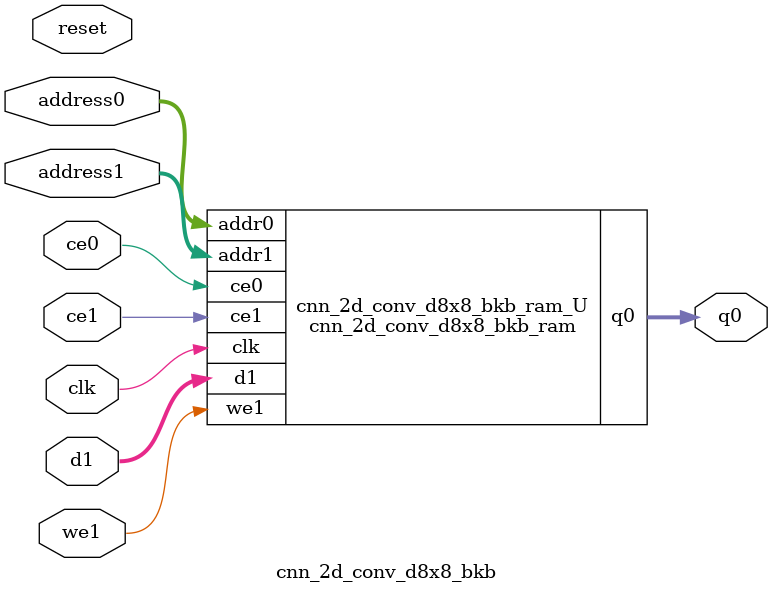
<source format=v>

`timescale 1 ns / 1 ps
module cnn_2d_conv_d8x8_bkb_ram (addr0, ce0, q0, addr1, ce1, d1, we1,  clk);

parameter DWIDTH = 32;
parameter AWIDTH = 3;
parameter MEM_SIZE = 8;

input[AWIDTH-1:0] addr0;
input ce0;
output reg[DWIDTH-1:0] q0;
input[AWIDTH-1:0] addr1;
input ce1;
input[DWIDTH-1:0] d1;
input we1;
input clk;

(* ram_style = "distributed" *)reg [DWIDTH-1:0] ram[0:MEM_SIZE-1];




always @(posedge clk)  
begin 
    if (ce0) 
    begin
            q0 <= ram[addr0];
    end
end


always @(posedge clk)  
begin 
    if (ce1) 
    begin
        if (we1) 
        begin 
            ram[addr1] <= d1; 
        end 
    end
end


endmodule


`timescale 1 ns / 1 ps
module cnn_2d_conv_d8x8_bkb(
    reset,
    clk,
    address0,
    ce0,
    q0,
    address1,
    ce1,
    we1,
    d1);

parameter DataWidth = 32'd32;
parameter AddressRange = 32'd8;
parameter AddressWidth = 32'd3;
input reset;
input clk;
input[AddressWidth - 1:0] address0;
input ce0;
output[DataWidth - 1:0] q0;
input[AddressWidth - 1:0] address1;
input ce1;
input we1;
input[DataWidth - 1:0] d1;



cnn_2d_conv_d8x8_bkb_ram cnn_2d_conv_d8x8_bkb_ram_U(
    .clk( clk ),
    .addr0( address0 ),
    .ce0( ce0 ),
    .q0( q0 ),
    .addr1( address1 ),
    .ce1( ce1 ),
    .d1( d1 ),
    .we1( we1 ));

endmodule


</source>
